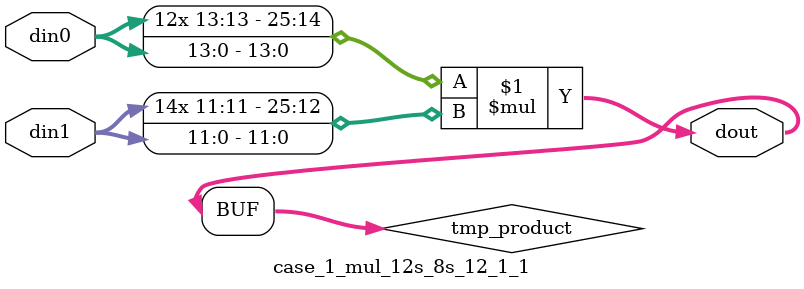
<source format=v>

`timescale 1 ns / 1 ps

 module case_1_mul_12s_8s_12_1_1(din0, din1, dout);
parameter ID = 1;
parameter NUM_STAGE = 0;
parameter din0_WIDTH = 14;
parameter din1_WIDTH = 12;
parameter dout_WIDTH = 26;

input [din0_WIDTH - 1 : 0] din0; 
input [din1_WIDTH - 1 : 0] din1; 
output [dout_WIDTH - 1 : 0] dout;

wire signed [dout_WIDTH - 1 : 0] tmp_product;



























assign tmp_product = $signed(din0) * $signed(din1);








assign dout = tmp_product;





















endmodule

</source>
